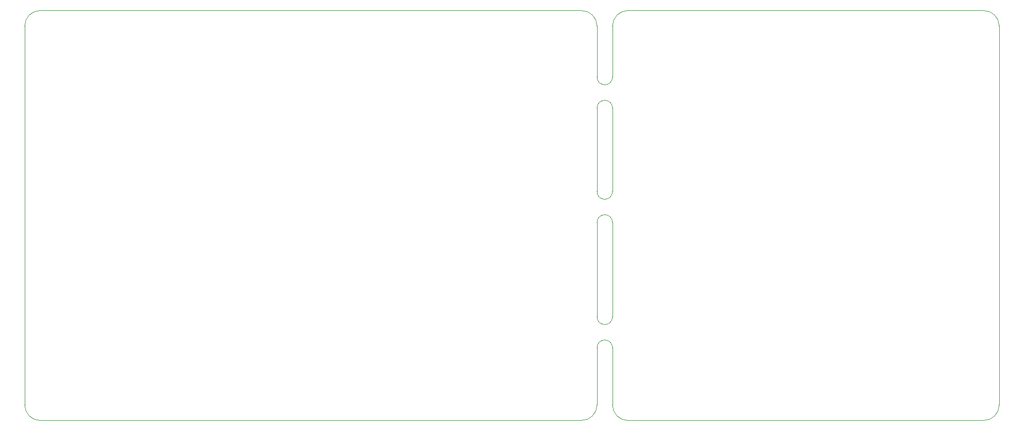
<source format=gm1>
%TF.GenerationSoftware,KiCad,Pcbnew,(6.0.8-1)-1*%
%TF.CreationDate,2022-12-05T17:27:23+03:00*%
%TF.ProjectId,MilkPompV2,4d696c6b-506f-46d7-9056-322e6b696361,V1*%
%TF.SameCoordinates,Original*%
%TF.FileFunction,Profile,NP*%
%FSLAX46Y46*%
G04 Gerber Fmt 4.6, Leading zero omitted, Abs format (unit mm)*
G04 Created by KiCad (PCBNEW (6.0.8-1)-1) date 2022-12-05 17:27:23*
%MOMM*%
%LPD*%
G01*
G04 APERTURE LIST*
%TA.AperFunction,Profile*%
%ADD10C,0.100000*%
%TD*%
G04 APERTURE END LIST*
D10*
X173990000Y-118872000D02*
G75*
G03*
X176530000Y-118872000I1270000J0D01*
G01*
X176530000Y-123952000D02*
G75*
G03*
X173990000Y-123952000I-1270000J0D01*
G01*
X171450000Y-135890000D02*
G75*
G03*
X173990000Y-133350000I0J2540000D01*
G01*
X173990000Y-79502000D02*
G75*
G03*
X176530000Y-79502000I1270000J0D01*
G01*
X179070000Y-135890000D02*
X237490000Y-135890000D01*
X176530000Y-84582000D02*
G75*
G03*
X173990000Y-84582000I-1270000J0D01*
G01*
X173990000Y-71120000D02*
G75*
G03*
X171450000Y-68580000I-2540000J0D01*
G01*
X82550000Y-68580000D02*
G75*
G03*
X80010000Y-71120000I0J-2540000D01*
G01*
X176530000Y-98298000D02*
X176530000Y-84582000D01*
X176530000Y-133350000D02*
G75*
G03*
X179070000Y-135890000I2540000J0D01*
G01*
X173990000Y-98298000D02*
X173990000Y-84582000D01*
X80010000Y-133350000D02*
G75*
G03*
X82550000Y-135890000I2540000J0D01*
G01*
X82550000Y-68580000D02*
X171450000Y-68580000D01*
X173990000Y-98298000D02*
G75*
G03*
X176530000Y-98298000I1270000J0D01*
G01*
X237490000Y-68580000D02*
X179070000Y-68580000D01*
X173990000Y-133350000D02*
X173990000Y-123952000D01*
X240030000Y-133350000D02*
X240030000Y-71120000D01*
X240030000Y-71120000D02*
G75*
G03*
X237490000Y-68580000I-2540000J0D01*
G01*
X173990000Y-71120000D02*
X173990000Y-79502000D01*
X171450000Y-135890000D02*
X82550000Y-135890000D01*
X80010000Y-133350000D02*
X80010000Y-71120000D01*
X237490000Y-135890000D02*
G75*
G03*
X240030000Y-133350000I0J2540000D01*
G01*
X179070000Y-68580000D02*
G75*
G03*
X176530000Y-71120000I0J-2540000D01*
G01*
X173990000Y-118872000D02*
X173990000Y-103378000D01*
X176530000Y-79502000D02*
X176530000Y-71120000D01*
X176530000Y-103378000D02*
G75*
G03*
X173990000Y-103378000I-1270000J0D01*
G01*
X176530000Y-133350000D02*
X176530000Y-123952000D01*
X176530000Y-118872000D02*
X176530000Y-103378000D01*
M02*

</source>
